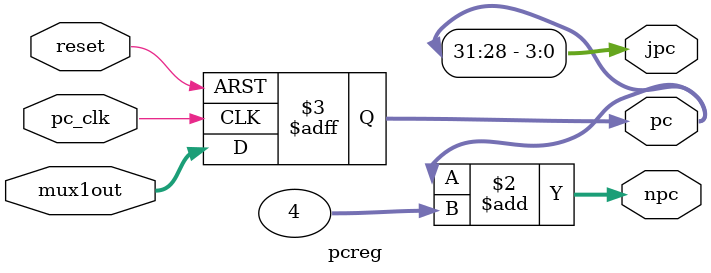
<source format=v>
`timescale 1ns/1ps
module pcreg(
    input pc_clk,
    input reset,           // µÍµçÆ½ÓÐÐ§¸´Î»
    input [31:0] mux1out,
    output [31:0] npc,
    output reg [31:0] pc,
    output [3:0] jpc
);

assign jpc = pc[31:28];  // È¡PC¸ß4Î»

// Òì²½¸´Î»£¬ÉÏÉýÑØ´¥·¢
always @(posedge pc_clk or posedge reset) begin
    if (reset) begin       // ¸´Î»Ê±PCÇåÁã
        pc <= 32'b0;
    end else begin         // Õý³£¹¤×÷Ê±¸üÐÂPC
        pc <= mux1out;
    end
end

assign npc = pc + 32'd4;  // ¼ÆËãÏÂÒ»ÌõÖ¸ÁîµØÖ·

endmodule
</source>
